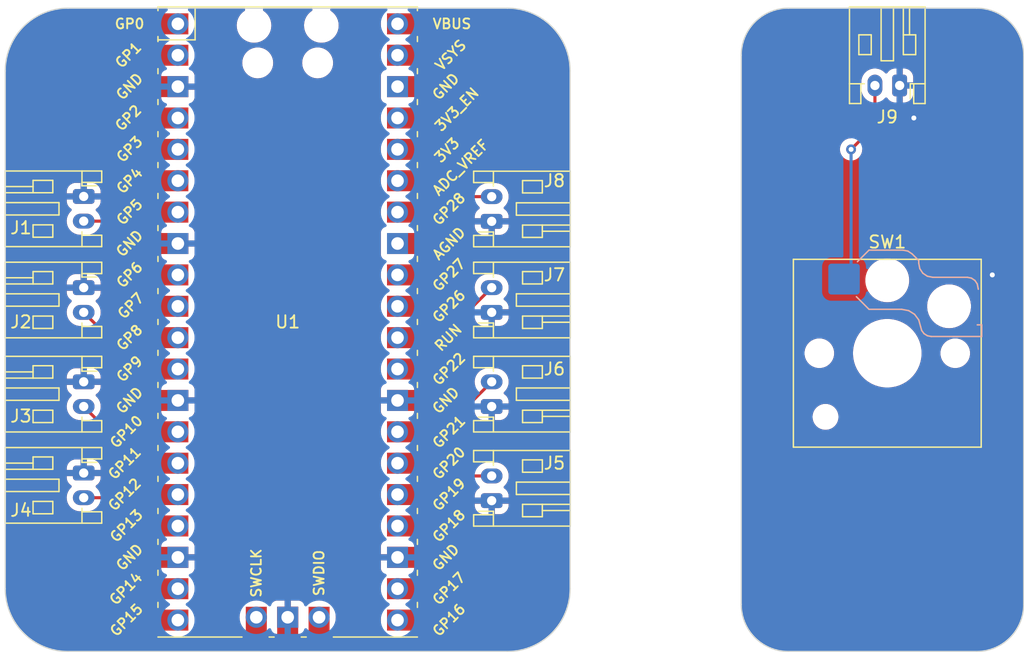
<source format=kicad_pcb>
(kicad_pcb (version 20221018) (generator pcbnew)
  (layers (0 "F.Cu" signal) (31 "B.Cu" signal) (34 "B.Paste" user) (35 "F.Paste" user) (36 "B.SilkS" user "B.Silkscreen") (37 "F.SilkS" user "F.Silkscreen") (38 "B.Mask" user) (39 "F.Mask" user) (44 "Edge.Cuts" user))
  (net 0 "")
  (net 1 "Net-(J1-Pin_2)")
  (net 2 "Net-(J2-Pin_2)")
  (net 3 "Net-(J3-Pin_2)")
  (net 4 "Net-(J4-Pin_2)")
  (net 5 "Net-(J5-Pin_2)")
  (net 6 "Net-(J6-Pin_2)")
  (net 7 "Net-(J7-Pin_2)")
  (net 8 "Net-(J8-Pin_2)")
  (net 11 "/GND")
  (net 29 "/Foot Switch/GND")
  (net 39 "Net-(J9-Pin_2)")
  (footprint "Connector_JST:JST_PH_S2B-PH-K_1x02_P2.00mm_Horizontal" (layer "F.Cu") (at 48.26 51.832 -90)
    (fp_text reference "J3" (at 2.778 5.08 -180) (layer "F.SilkS"))
    (fp_text value "Conn_01x02_Socket" hide)
    (pad "1" thru_hole roundrect (at 0 0 270) (size 1.2 1.75) (drill 0.75) (layers "*.Cu" "*.Mask") (roundrect_rratio 0.208333) (net 11 "/GND"))
    (pad "2" thru_hole oval (at 2 0 270) (size 1.2 1.75) (drill 0.75) (layers "*.Cu" "*.Mask") (net 3 "Net-(J3-Pin_2)"))
  )
  (footprint "PCM_Switch_Keyboard_Hotswap_Kailh:SW_Hotswap_Kailh_Choc_V1V2_2.00u_90deg" (layer "F.Cu") (at 113.3 49.52)
    (fp_text reference "SW1" (at 0 -9) (layer "F.SilkS"))
    (fp_text value "SW_SPST")
    (pad "" np_thru_hole circle (at -5.5 0) (size 1.9 1.9) (drill 1.9) (layers "*.Cu" "*.Mask"))
    (pad "" np_thru_hole circle (at -5 5.15) (size 1.6 1.6) (drill 1.6) (layers "*.Cu" "*.Mask"))
    (pad "" np_thru_hole circle (at 0 -5.9) (size 3.05 3.05) (drill 3.05) (layers "*.Cu" "*.Mask"))
    (pad "" np_thru_hole circle (at 0 0) (size 5.05 5.05) (drill 5.05) (layers "*.Cu" "*.Mask"))
    (pad "" np_thru_hole circle (at 5 -3.8) (size 3.05 3.05) (drill 3.05) (layers "*.Cu" "*.Mask"))
    (pad "" np_thru_hole circle (at 5.5 0) (size 1.9 1.9) (drill 1.9) (layers "*.Cu" "*.Mask"))
    (pad "1" smd roundrect (at -3.5 -6) (size 2.55 2.5) (layers "B.Cu" "B.Paste" "B.Mask") (roundrect_rratio 0.1) (net 39 "Net-(J9-Pin_2)"))
    (pad "2" smd roundrect (at 8.5 -3.8) (size 2.55 2.5) (layers "B.Cu" "B.Paste" "B.Mask") (roundrect_rratio 0.1) (net 29 "/Foot Switch/GND"))
  )
  (footprint "Connector_JST:JST_PH_S2B-PH-K_1x02_P2.00mm_Horizontal" (layer "F.Cu") (at 48.26 44.212 -90)
    (fp_text reference "J2" (at 2.778 5.08 -180) (layer "F.SilkS"))
    (fp_text value "Conn_01x02_Socket" hide)
    (pad "1" thru_hole roundrect (at 0 0 270) (size 1.2 1.75) (drill 0.75) (layers "*.Cu" "*.Mask") (roundrect_rratio 0.208333) (net 11 "/GND"))
    (pad "2" thru_hole oval (at 2 0 270) (size 1.2 1.75) (drill 0.75) (layers "*.Cu" "*.Mask") (net 2 "Net-(J2-Pin_2)"))
  )
  (footprint "Connector_JST:JST_PH_S2B-PH-K_1x02_P2.00mm_Horizontal" (layer "F.Cu") (at 81.28 53.832 90)
    (fp_text reference "J6" (at 3.032 5.08 180) (layer "F.SilkS"))
    (fp_text value "Conn_01x02_Socket" hide)
    (pad "1" thru_hole roundrect (at 0 0 90) (size 1.2 1.75) (drill 0.75) (layers "*.Cu" "*.Mask") (roundrect_rratio 0.208333) (net 11 "/GND"))
    (pad "2" thru_hole oval (at 2 0 90) (size 1.2 1.75) (drill 0.75) (layers "*.Cu" "*.Mask") (net 6 "Net-(J6-Pin_2)"))
  )
  (footprint "Connector_JST:JST_PH_S2B-PH-K_1x02_P2.00mm_Horizontal" (layer "F.Cu") (at 81.28 46.212 90)
    (fp_text reference "J7" (at 3.032 5.08 180) (layer "F.SilkS"))
    (fp_text value "Conn_01x02_Socket" hide)
    (pad "1" thru_hole roundrect (at 0 0 90) (size 1.2 1.75) (drill 0.75) (layers "*.Cu" "*.Mask") (roundrect_rratio 0.208333) (net 11 "/GND"))
    (pad "2" thru_hole oval (at 2 0 90) (size 1.2 1.75) (drill 0.75) (layers "*.Cu" "*.Mask") (net 7 "Net-(J7-Pin_2)"))
  )
  (footprint "Connector_JST:JST_PH_S2B-PH-K_1x02_P2.00mm_Horizontal" (layer "F.Cu") (at 81.28 61.452 90)
    (fp_text reference "J5" (at 3.032 5.08 180) (layer "F.SilkS"))
    (fp_text value "Conn_01x02_Socket" hide)
    (pad "1" thru_hole roundrect (at 0 0 90) (size 1.2 1.75) (drill 0.75) (layers "*.Cu" "*.Mask") (roundrect_rratio 0.208333) (net 11 "/GND"))
    (pad "2" thru_hole oval (at 2 0 90) (size 1.2 1.75) (drill 0.75) (layers "*.Cu" "*.Mask") (net 5 "Net-(J5-Pin_2)"))
  )
  (footprint "Connector_JST:JST_PH_S2B-PH-K_1x02_P2.00mm_Horizontal" (layer "F.Cu") (at 114.3 27.85 180)
    (fp_text reference "J9" (at 1 -2.55) (layer "F.SilkS"))
    (fp_text value "Conn_01x02_Socket" hide)
    (pad "1" thru_hole roundrect (at 0 0 180) (size 1.2 1.75) (drill 0.75) (layers "*.Cu" "*.Mask") (roundrect_rratio 0.208333) (net 29 "/Foot Switch/GND"))
    (pad "2" thru_hole oval (at 2 0 180) (size 1.2 1.75) (drill 0.75) (layers "*.Cu" "*.Mask") (net 39 "Net-(J9-Pin_2)"))
  )
  (footprint "Connector_JST:JST_PH_S2B-PH-K_1x02_P2.00mm_Horizontal" (layer "F.Cu") (at 48.26 59.214 -90)
    (fp_text reference "J4" (at 3.016 5.08 -180) (layer "F.SilkS"))
    (fp_text value "Conn_01x02_Socket" hide)
    (pad "1" thru_hole roundrect (at 0 0 270) (size 1.2 1.75) (drill 0.75) (layers "*.Cu" "*.Mask") (roundrect_rratio 0.208333) (net 11 "/GND"))
    (pad "2" thru_hole oval (at 2 0 270) (size 1.2 1.75) (drill 0.75) (layers "*.Cu" "*.Mask") (net 4 "Net-(J4-Pin_2)"))
  )
  (footprint "Connector_JST:JST_PH_S2B-PH-K_1x02_P2.00mm_Horizontal" (layer "F.Cu") (at 81.28 38.846 90)
    (fp_text reference "J8" (at 3.286 5.08 180) (layer "F.SilkS"))
    (fp_text value "Conn_01x02_Socket" hide)
    (pad "1" thru_hole roundrect (at 0 0 90) (size 1.2 1.75) (drill 0.75) (layers "*.Cu" "*.Mask") (roundrect_rratio 0.208333) (net 11 "/GND"))
    (pad "2" thru_hole oval (at 2 0 90) (size 1.2 1.75) (drill 0.75) (layers "*.Cu" "*.Mask") (net 8 "Net-(J8-Pin_2)"))
  )
  (footprint "MCU_RaspberryPi_and_Boards:RPi_Pico_SMD_TH" (layer "F.Cu") (at 64.77 46.99)
    (fp_text reference "U1" (at 0 0) (layer "F.SilkS"))
    (fp_text value "Pico")
    (fp_text user "GP28" (at 13.054 -9.144 45) (layer "F.SilkS") (effects (font (size 0.8 0.8))))
    (fp_text user "GP19" (at 13.054 13.97 45) (layer "F.SilkS") (effects (font (size 0.8 0.8))))
    (fp_text user "GND" (at -12.8 -6.35 45) (layer "F.SilkS") (effects (font (size 0.8 0.8))))
    (fp_text user "GND" (at 12.8 19.05 45) (layer "F.SilkS") (effects (font (size 0.8 0.8))))
    (fp_text user "GP4" (at -12.8 -11.43 45) (layer "F.SilkS") (effects (font (size 0.8 0.8))))
    (fp_text user "GP16" (at 13.054 24.13 45) (layer "F.SilkS") (effects (font (size 0.8 0.8))))
    (fp_text user "ADC_VREF" (at 14 -12.5 45) (layer "F.SilkS") (effects (font (size 0.8 0.8))))
    (fp_text user "3V3" (at 12.9 -13.9 45) (layer "F.SilkS") (effects (font (size 0.8 0.8))))
    (fp_text user "GP12" (at -13.2 13.97 45) (layer "F.SilkS") (effects (font (size 0.8 0.8))))
    (fp_text user "RUN" (at 13 1.27 45) (layer "F.SilkS") (effects (font (size 0.8 0.8))))
    (fp_text user "GP20" (at 13.054 11.43 45) (layer "F.SilkS") (effects (font (size 0.8 0.8))))
    (fp_text user "GP6" (at -12.8 -3.81 45) (layer "F.SilkS") (effects (font (size 0.8 0.8))))
    (fp_text user "GP27" (at 13.054 -3.8 45) (layer "F.SilkS") (effects (font (size 0.8 0.8))))
    (fp_text user "GP17" (at 13.054 21.59 45) (layer "F.SilkS") (effects (font (size 0.8 0.8))))
    (fp_text user "GP15" (at -13.054 24.13 45) (layer "F.SilkS") (effects (font (size 0.8 0.8))))
    (fp_text user "GP1" (at -12.9 -21.6 45) (layer "F.SilkS") (effects (font (size 0.8 0.8))))
    (fp_text user "GND" (at 12.8 -19.05 45) (layer "F.SilkS") (effects (font (size 0.8 0.8))))
    (fp_text user "GND" (at 12.8 6.35 45) (layer "F.SilkS") (effects (font (size 0.8 0.8))))
    (fp_text user "GP18" (at 13.054 16.51 45) (layer "F.SilkS") (effects (font (size 0.8 0.8))))
    (fp_text user "GP11" (at -13.2 11.43 45) (layer "F.SilkS") (effects (font (size 0.8 0.8))))
    (fp_text user "GP26" (at 13.054 -1.27 45) (layer "F.SilkS") (effects (font (size 0.8 0.8))))
    (fp_text user "AGND" (at 13.054 -6.35 45) (layer "F.SilkS") (effects (font (size 0.8 0.8))))
    (fp_text user "GP5" (at -12.8 -8.89 45) (layer "F.SilkS") (effects (font (size 0.8 0.8))))
    (fp_text user "SWCLK" (at -2.54 20.32 90) (layer "F.SilkS") (effects (font (size 0.8 0.8))))
    (fp_text user "GP3" (at -12.8 -13.97 45) (layer "F.SilkS") (effects (font (size 0.8 0.8))))
    (fp_text user "GP13" (at -13.054 16.51 45) (layer "F.SilkS") (effects (font (size 0.8 0.8))))
    (fp_text user "GP14" (at -13.1 21.59 45) (layer "F.SilkS") (effects (font (size 0.8 0.8))))
    (fp_text user "VBUS" (at 13.3 -24.13) (layer "F.SilkS") (effects (font (size 0.8 0.8))))
    (fp_text user "GND" (at -12.8 -19.05 45) (layer "F.SilkS") (effects (font (size 0.8 0.8))))
    (fp_text user "GP2" (at -12.9 -16.51 45) (layer "F.SilkS") (effects (font (size 0.8 0.8))))
    (fp_text user "GND" (at -12.8 6.35 45) (layer "F.SilkS") (effects (font (size 0.8 0.8))))
    (fp_text user "GP7" (at -12.7 -1.3 45) (layer "F.SilkS") (effects (font (size 0.8 0.8))))
    (fp_text user "SWDIO" (at 2.54 20.32 90) (layer "F.SilkS") (effects (font (size 0.8 0.8))))
    (fp_text user "GP0" (at -12.8 -24.13) (layer "F.SilkS") (effects (font (size 0.8 0.8))))
    (fp_text user "GP21" (at 13.054 8.9 45) (layer "F.SilkS") (effects (font (size 0.8 0.8))))
    (fp_text user "GND" (at -12.8 19.05 45) (layer "F.SilkS") (effects (font (size 0.8 0.8))))
    (fp_text user "VSYS" (at 13.2 -21.59 45) (layer "F.SilkS") (effects (font (size 0.8 0.8))))
    (fp_text user "GP10" (at -13.054 8.89 45) (layer "F.SilkS") (effects (font (size 0.8 0.8))))
    (fp_text user "GP22" (at 13.054 3.81 45) (layer "F.SilkS") (effects (font (size 0.8 0.8))))
    (fp_text user "GP9" (at -12.8 3.81 45) (layer "F.SilkS") (effects (font (size 0.8 0.8))))
    (fp_text user "3V3_EN" (at 13.7 -17.2 45) (layer "F.SilkS") (effects (font (size 0.8 0.8))))
    (fp_text user "GP8" (at -12.8 1.27 45) (layer "F.SilkS") (effects (font (size 0.8 0.8))))
    (pad "" np_thru_hole oval (at -2.725 -24) (size 1.8 1.8) (drill 1.8) (layers "*.Cu" "*.Mask"))
    (pad "" np_thru_hole oval (at -2.425 -20.97) (size 1.5 1.5) (drill 1.5) (layers "*.Cu" "*.Mask"))
    (pad "" np_thru_hole oval (at 2.425 -20.97) (size 1.5 1.5) (drill 1.5) (layers "*.Cu" "*.Mask"))
    (pad "" np_thru_hole oval (at 2.725 -24) (size 1.8 1.8) (drill 1.8) (layers "*.Cu" "*.Mask"))
    (pad "1" thru_hole oval (at -8.89 -24.13) (size 1.7 1.7) (drill 1.02) (layers "*.Cu" "*.Mask"))
    (pad "1" smd rect (at -8.89 -24.13) (size 3.5 1.7) (drill (offset -0.9 0)) (layers "F.Cu" "F.Mask"))
    (pad "2" thru_hole oval (at -8.89 -21.59) (size 1.7 1.7) (drill 1.02) (layers "*.Cu" "*.Mask"))
    (pad "2" smd rect (at -8.89 -21.59) (size 3.5 1.7) (drill (offset -0.9 0)) (layers "F.Cu" "F.Mask"))
    (pad "3" thru_hole rect (at -8.89 -19.05) (size 1.7 1.7) (drill 1.02) (layers "*.Cu" "*.Mask") (net 11 "/GND"))
    (pad "3" smd rect (at -8.89 -19.05) (size 3.5 1.7) (drill (offset -0.9 0)) (layers "F.Cu" "F.Mask") (net 11 "/GND"))
    (pad "4" thru_hole oval (at -8.89 -16.51) (size 1.7 1.7) (drill 1.02) (layers "*.Cu" "*.Mask"))
    (pad "4" smd rect (at -8.89 -16.51) (size 3.5 1.7) (drill (offset -0.9 0)) (layers "F.Cu" "F.Mask"))
    (pad "5" thru_hole oval (at -8.89 -13.97) (size 1.7 1.7) (drill 1.02) (layers "*.Cu" "*.Mask"))
    (pad "5" smd rect (at -8.89 -13.97) (size 3.5 1.7) (drill (offset -0.9 0)) (layers "F.Cu" "F.Mask"))
    (pad "6" thru_hole oval (at -8.89 -11.43) (size 1.7 1.7) (drill 1.02) (layers "*.Cu" "*.Mask"))
    (pad "6" smd rect (at -8.89 -11.43) (size 3.5 1.7) (drill (offset -0.9 0)) (layers "F.Cu" "F.Mask"))
    (pad "7" thru_hole oval (at -8.89 -8.89) (size 1.7 1.7) (drill 1.02) (layers "*.Cu" "*.Mask"))
    (pad "7" smd rect (at -8.89 -8.89) (size 3.5 1.7) (drill (offset -0.9 0)) (layers "F.Cu" "F.Mask"))
    (pad "8" thru_hole rect (at -8.89 -6.35) (size 1.7 1.7) (drill 1.02) (layers "*.Cu" "*.Mask") (net 11 "/GND"))
    (pad "8" smd rect (at -8.89 -6.35) (size 3.5 1.7) (drill (offset -0.9 0)) (layers "F.Cu" "F.Mask") (net 11 "/GND"))
    (pad "9" thru_hole oval (at -8.89 -3.81) (size 1.7 1.7) (drill 1.02) (layers "*.Cu" "*.Mask"))
    (pad "9" smd rect (at -8.89 -3.81) (size 3.5 1.7) (drill (offset -0.9 0)) (layers "F.Cu" "F.Mask"))
    (pad "10" thru_hole oval (at -8.89 -1.27) (size 1.7 1.7) (drill 1.02) (layers "*.Cu" "*.Mask"))
    (pad "10" smd rect (at -8.89 -1.27) (size 3.5 1.7) (drill (offset -0.9 0)) (layers "F.Cu" "F.Mask"))
    (pad "11" thru_hole oval (at -8.89 1.27) (size 1.7 1.7) (drill 1.02) (layers "*.Cu" "*.Mask"))
    (pad "11" smd rect (at -8.89 1.27) (size 3.5 1.7) (drill (offset -0.9 0)) (layers "F.Cu" "F.Mask"))
    (pad "12" thru_hole oval (at -8.89 3.81) (size 1.7 1.7) (drill 1.02) (layers "*.Cu" "*.Mask"))
    (pad "12" smd rect (at -8.89 3.81) (size 3.5 1.7) (drill (offset -0.9 0)) (layers "F.Cu" "F.Mask"))
    (pad "13" thru_hole rect (at -8.89 6.35) (size 1.7 1.7) (drill 1.02) (layers "*.Cu" "*.Mask") (net 11 "/GND"))
    (pad "13" smd rect (at -8.89 6.35) (size 3.5 1.7) (drill (offset -0.9 0)) (layers "F.Cu" "F.Mask") (net 11 "/GND"))
    (pad "14" thru_hole oval (at -8.89 8.89) (size 1.7 1.7) (drill 1.02) (layers "*.Cu" "*.Mask") (net 1 "Net-(J1-Pin_2)"))
    (pad "14" smd rect (at -8.89 8.89) (size 3.5 1.7) (drill (offset -0.9 0)) (layers "F.Cu" "F.Mask") (net 1 "Net-(J1-Pin_2)"))
    (pad "15" thru_hole oval (at -8.89 11.43) (size 1.7 1.7) (drill 1.02) (layers "*.Cu" "*.Mask") (net 2 "Net-(J2-Pin_2)"))
    (pad "15" smd rect (at -8.89 11.43) (size 3.5 1.7) (drill (offset -0.9 0)) (layers "F.Cu" "F.Mask") (net 2 "Net-(J2-Pin_2)"))
    (pad "16" thru_hole oval (at -8.89 13.97) (size 1.7 1.7) (drill 1.02) (layers "*.Cu" "*.Mask") (net 3 "Net-(J3-Pin_2)"))
    (pad "16" smd rect (at -8.89 13.97) (size 3.5 1.7) (drill (offset -0.9 0)) (layers "F.Cu" "F.Mask") (net 3 "Net-(J3-Pin_2)"))
    (pad "17" thru_hole oval (at -8.89 16.51) (size 1.7 1.7) (drill 1.02) (layers "*.Cu" "*.Mask") (net 4 "Net-(J4-Pin_2)"))
    (pad "17" smd rect (at -8.89 16.51) (size 3.5 1.7) (drill (offset -0.9 0)) (layers "F.Cu" "F.Mask") (net 4 "Net-(J4-Pin_2)"))
    (pad "18" thru_hole rect (at -8.89 19.05) (size 1.7 1.7) (drill 1.02) (layers "*.Cu" "*.Mask") (net 11 "/GND"))
    (pad "18" smd rect (at -8.89 19.05) (size 3.5 1.7) (drill (offset -0.9 0)) (layers "F.Cu" "F.Mask") (net 11 "/GND"))
    (pad "19" thru_hole oval (at -8.89 21.59) (size 1.7 1.7) (drill 1.02) (layers "*.Cu" "*.Mask"))
    (pad "19" smd rect (at -8.89 21.59) (size 3.5 1.7) (drill (offset -0.9 0)) (layers "F.Cu" "F.Mask"))
    (pad "20" thru_hole oval (at -8.89 24.13) (size 1.7 1.7) (drill 1.02) (layers "*.Cu" "*.Mask"))
    (pad "20" smd rect (at -8.89 24.13) (size 3.5 1.7) (drill (offset -0.9 0)) (layers "F.Cu" "F.Mask"))
    (pad "21" thru_hole oval (at 8.89 24.13) (size 1.7 1.7) (drill 1.02) (layers "*.Cu" "*.Mask"))
    (pad "21" smd rect (at 8.89 24.13) (size 3.5 1.7) (drill (offset 0.9 0)) (layers "F.Cu" "F.Mask"))
    (pad "22" thru_hole oval (at 8.89 21.59) (size 1.7 1.7) (drill 1.02) (layers "*.Cu" "*.Mask"))
    (pad "22" smd rect (at 8.89 21.59) (size 3.5 1.7) (drill (offset 0.9 0)) (layers "F.Cu" "F.Mask"))
    (pad "23" thru_hole rect (at 8.89 19.05) (size 1.7 1.7) (drill 1.02) (layers "*.Cu" "*.Mask") (net 11 "/GND"))
    (pad "23" smd rect (at 8.89 19.05) (size 3.5 1.7) (drill (offset 0.9 0)) (layers "F.Cu" "F.Mask") (net 11 "/GND"))
    (pad "24" thru_hole oval (at 8.89 16.51) (size 1.7 1.7) (drill 1.02) (layers "*.Cu" "*.Mask") (net 5 "Net-(J5-Pin_2)"))
    (pad "24" smd rect (at 8.89 16.51) (size 3.5 1.7) (drill (offset 0.9 0)) (layers "F.Cu" "F.Mask") (net 5 "Net-(J5-Pin_2)"))
    (pad "25" thru_hole oval (at 8.89 13.97) (size 1.7 1.7) (drill 1.02) (layers "*.Cu" "*.Mask") (net 6 "Net-(J6-Pin_2)"))
    (pad "25" smd rect (at 8.89 13.97) (size 3.5 1.7) (drill (offset 0.9 0)) (layers "F.Cu" "F.Mask") (net 6 "Net-(J6-Pin_2)"))
    (pad "26" thru_hole oval (at 8.89 11.43) (size 1.7 1.7) (drill 1.02) (layers "*.Cu" "*.Mask") (net 7 "Net-(J7-Pin_2)"))
    (pad "26" smd rect (at 8.89 11.43) (size 3.5 1.7) (drill (offset 0.9 0)) (layers "F.Cu" "F.Mask") (net 7 "Net-(J7-Pin_2)"))
    (pad "27" thru_hole oval (at 8.89 8.89) (size 1.7 1.7) (drill 1.02) (layers "*.Cu" "*.Mask") (net 8 "Net-(J8-Pin_2)"))
    (pad "27" smd rect (at 8.89 8.89) (size 3.5 1.7) (drill (offset 0.9 0)) (layers "F.Cu" "F.Mask") (net 8 "Net-(J8-Pin_2)"))
    (pad "28" thru_hole rect (at 8.89 6.35) (size 1.7 1.7) (drill 1.02) (layers "*.Cu" "*.Mask") (net 11 "/GND"))
    (pad "28" smd rect (at 8.89 6.35) (size 3.5 1.7) (drill (offset 0.9 0)) (layers "F.Cu" "F.Mask") (net 11 "/GND"))
    (pad "29" thru_hole oval (at 8.89 3.81) (size 1.7 1.7) (drill 1.02) (layers "*.Cu" "*.Mask"))
    (pad "29" smd rect (at 8.89 3.81) (size 3.5 1.7) (drill (offset 0.9 0)) (layers "F.Cu" "F.Mask"))
    (pad "30" thru_hole oval (at 8.89 1.27) (size 1.7 1.7) (drill 1.02) (layers "*.Cu" "*.Mask"))
    (pad "30" smd rect (at 8.89 1.27) (size 3.5 1.7) (drill (offset 0.9 0)) (layers "F.Cu" "F.Mask"))
    (pad "31" thru_hole oval (at 8.89 -1.27) (size 1.7 1.7) (drill 1.02) (layers "*.Cu" "*.Mask"))
    (pad "31" smd rect (at 8.89 -1.27) (size 3.5 1.7) (drill (offset 0.9 0)) (layers "F.Cu" "F.Mask"))
    (pad "32" thru_hole oval (at 8.89 -3.81) (size 1.7 1.7) (drill 1.02) (layers "*.Cu" "*.Mask"))
    (pad "32" smd rect (at 8.89 -3.81) (size 3.5 1.7) (drill (offset 0.9 0)) (layers "F.Cu" "F.Mask"))
    (pad "33" thru_hole rect (at 8.89 -6.35) (size 1.7 1.7) (drill 1.02) (layers "*.Cu" "*.Mask"))
    (pad "33" smd rect (at 8.89 -6.35) (size 3.5 1.7) (drill (offset 0.9 0)) (layers "F.Cu" "F.Mask"))
    (pad "34" thru_hole oval (at 8.89 -8.89) (size 1.7 1.7) (drill 1.02) (layers "*.Cu" "*.Mask"))
    (pad "34" smd rect (at 8.89 -8.89) (size 3.5 1.7) (drill (offset 0.9 0)) (layers "F.Cu" "F.Mask"))
    (pad "35" thru_hole oval (at 8.89 -11.43) (size 1.7 1.7) (drill 1.02) (layers "*.Cu" "*.Mask"))
    (pad "35" smd rect (at 8.89 -11.43) (size 3.5 1.7) (drill (offset 0.9 0)) (layers "F.Cu" "F.Mask"))
    (pad "36" thru_hole oval (at 8.89 -13.97) (size 1.7 1.7) (drill 1.02) (layers "*.Cu" "*.Mask"))
    (pad "36" smd rect (at 8.89 -13.97) (size 3.5 1.7) (drill (offset 0.9 0)) (layers "F.Cu" "F.Mask"))
    (pad "37" thru_hole oval (at 8.89 -16.51) (size 1.7 1.7) (drill 1.02) (layers "*.Cu" "*.Mask"))
    (pad "37" smd rect (at 8.89 -16.51) (size 3.5 1.7) (drill (offset 0.9 0)) (layers "F.Cu" "F.Mask"))
    (pad "38" thru_hole rect (at 8.89 -19.05) (size 1.7 1.7) (drill 1.02) (layers "*.Cu" "*.Mask"))
    (pad "38" smd rect (at 8.89 -19.05) (size 3.5 1.7) (drill (offset 0.9 0)) (layers "F.Cu" "F.Mask"))
    (pad "39" thru_hole oval (at 8.89 -21.59) (size 1.7 1.7) (drill 1.02) (layers "*.Cu" "*.Mask"))
    (pad "39" smd rect (at 8.89 -21.59) (size 3.5 1.7) (drill (offset 0.9 0)) (layers "F.Cu" "F.Mask"))
    (pad "40" thru_hole oval (at 8.89 -24.13) (size 1.7 1.7) (drill 1.02) (layers "*.Cu" "*.Mask"))
    (pad "40" smd rect (at 8.89 -24.13) (size 3.5 1.7) (drill (offset 0.9 0)) (layers "F.Cu" "F.Mask"))
    (pad "41" thru_hole oval (at -2.54 23.9) (size 1.7 1.7) (drill 1.02) (layers "*.Cu" "*.Mask"))
    (pad "41" smd rect (at -2.54 23.9 90) (size 3.5 1.7) (drill (offset -0.9 0)) (layers "F.Cu" "F.Mask"))
    (pad "42" thru_hole rect (at 0 23.9) (size 1.7 1.7) (drill 1.02) (layers "*.Cu" "*.Mask") (net 11 "/GND"))
    (pad "42" smd rect (at 0 23.9 90) (size 3.5 1.7) (drill (offset -0.9 0)) (layers "F.Cu" "F.Mask") (net 11 "/GND"))
    (pad "43" thru_hole oval (at 2.54 23.9) (size 1.7 1.7) (drill 1.02) (layers "*.Cu" "*.Mask"))
    (pad "43" smd rect (at 2.54 23.9 90) (size 3.5 1.7) (drill (offset -0.9 0)) (layers "F.Cu" "F.Mask"))
  )
  (footprint "Connector_JST:JST_PH_S2B-PH-K_1x02_P2.00mm_Horizontal" (layer "F.Cu") (at 48.26 36.83 -90)
    (fp_text reference "J1" (at 2.54 5.08 -180) (layer "F.SilkS"))
    (fp_text value "Conn_01x02_Socket" hide)
    (pad "1" thru_hole roundrect (at 0 0 270) (size 1.2 1.75) (drill 0.75) (layers "*.Cu" "*.Mask") (roundrect_rratio 0.208333) (net 11 "/GND"))
    (pad "2" thru_hole oval (at 2 0 270) (size 1.2 1.75) (drill 0.75) (layers "*.Cu" "*.Mask") (net 1 "Net-(J1-Pin_2)"))
  )
  (gr_line (start 46.99 73.66) (end 82.55 73.66) (stroke (width 0.1)) (layer "Edge.Cuts"))
  (gr_arc (start 41.91 26.67) (mid 43.397898 23.077898) (end 46.99 21.59) (stroke (width 0.1)) (layer "Edge.Cuts"))
  (gr_line (start 120.53 73.66) (end 105.29 73.66) (stroke (width 0.1)) (layer "Edge.Cuts"))
  (gr_arc (start 82.55 21.59) (mid 86.142102 23.077898) (end 87.63 26.67) (stroke (width 0.1)) (layer "Edge.Cuts"))
  (gr_arc (start 46.99 73.66) (mid 43.397898 72.172102) (end 41.91 68.58) (stroke (width 0.1)) (layer "Edge.Cuts"))
  (gr_line (start 87.63 68.58) (end 87.63 26.67) (stroke (width 0.1)) (layer "Edge.Cuts"))
  (gr_line (start 124.34 25.4) (end 124.34 69.85) (stroke (width 0.1)) (layer "Edge.Cuts"))
  (gr_line (start 105.29 21.59) (end 120.53 21.59) (stroke (width 0.1)) (layer "Edge.Cuts"))
  (gr_arc (start 87.63 68.58) (mid 86.142102 72.172102) (end 82.55 73.66) (stroke (width 0.1)) (layer "Edge.Cuts"))
  (gr_arc (start 105.29 73.66) (mid 102.595923 72.544077) (end 101.48 69.85) (stroke (width 0.1)) (layer "Edge.Cuts"))
  (gr_line (start 101.48 69.85) (end 101.48 25.4) (stroke (width 0.1)) (layer "Edge.Cuts"))
  (gr_arc (start 124.34 69.85) (mid 123.224077 72.544077) (end 120.53 73.66) (stroke (width 0.1)) (layer "Edge.Cuts"))
  (gr_line (start 41.91 26.67) (end 41.91 68.58) (stroke (width 0.1)) (layer "Edge.Cuts"))
  (gr_arc (start 120.53 21.59) (mid 123.224077 22.705923) (end 124.34 25.4) (stroke (width 0.1)) (layer "Edge.Cuts"))
  (gr_arc (start 101.48 25.4) (mid 102.595923 22.705923) (end 105.29 21.59) (stroke (width 0.1)) (layer "Edge.Cuts"))
  (gr_line (start 82.55 21.59) (end 46.99 21.59) (stroke (width 0.1)) (layer "Edge.Cuts"))
  (segment (start 50.17 38.83) (end 52.905 41.565) (width 0.25) (layer "F.Cu") (net 1))
  (segment (start 54.27 55.88) (end 55.88 55.88) (width 0.25) (layer "F.Cu") (net 1))
  (segment (start 52.905 54.515) (end 54.27 55.88) (width 0.25) (layer "F.Cu") (net 1))
  (segment (start 48.26 38.83) (end 50.17 38.83) (width 0.25) (layer "F.Cu") (net 1))
  (segment (start 52.905 41.565) (end 52.905 54.515) (width 0.25) (layer "F.Cu") (net 1))
  (segment (start 55.88 58.42) (end 54.27 58.42) (width 0.25) (layer "F.Cu") (net 2))
  (segment (start 51.402 55.552) (end 51.402 49.354) (width 0.25) (layer "F.Cu") (net 2))
  (segment (start 51.402 49.354) (end 48.26 46.212) (width 0.25) (layer "F.Cu") (net 2))
  (segment (start 54.27 58.42) (end 51.402 55.552) (width 0.25) (layer "F.Cu") (net 2))
  (segment (start 50.202 56.892) (end 50.202 55.774) (width 0.25) (layer "F.Cu") (net 3))
  (segment (start 55.88 60.96) (end 54.27 60.96) (width 0.25) (layer "F.Cu") (net 3))
  (segment (start 54.27 60.96) (end 50.202 56.892) (width 0.25) (layer "F.Cu") (net 3))
  (segment (start 50.202 55.774) (end 48.26 53.832) (width 0.25) (layer "F.Cu") (net 3))
  (segment (start 50.202 61.214) (end 48.26 61.214) (width 0.25) (layer "F.Cu") (net 4))
  (segment (start 55.88 63.5) (end 52.488 63.5) (width 0.25) (layer "F.Cu") (net 4))
  (segment (start 52.488 63.5) (end 50.202 61.214) (width 0.25) (layer "F.Cu") (net 4))
  (segment (start 73.66 63.5) (end 75.501827 63.5) (width 0.25) (layer "F.Cu") (net 5))
  (segment (start 75.501827 63.5) (end 79.549827 59.452) (width 0.25) (layer "F.Cu") (net 5))
  (segment (start 79.549827 59.452) (end 81.28 59.452) (width 0.25) (layer "F.Cu") (net 5))
  (segment (start 78.138 58.092) (end 78.138 54.974) (width 0.25) (layer "F.Cu") (net 6))
  (segment (start 75.27 60.96) (end 78.138 58.092) (width 0.25) (layer "F.Cu") (net 6))
  (segment (start 73.66 60.96) (end 75.27 60.96) (width 0.25) (layer "F.Cu") (net 6))
  (segment (start 78.138 54.974) (end 81.28 51.832) (width 0.25) (layer "F.Cu") (net 6))
  (segment (start 75.27 58.42) (end 77.274 56.416) (width 0.25) (layer "F.Cu") (net 7))
  (segment (start 77.274 48.218) (end 81.28 44.212) (width 0.25) (layer "F.Cu") (net 7))
  (segment (start 73.66 58.42) (end 75.27 58.42) (width 0.25) (layer "F.Cu") (net 7))
  (segment (start 77.274 56.416) (end 77.274 48.218) (width 0.25) (layer "F.Cu") (net 7))
  (segment (start 79.338 36.846) (end 81.28 36.846) (width 0.25) (layer "F.Cu") (net 8))
  (segment (start 73.66 55.88) (end 75.27 55.88) (width 0.25) (layer "F.Cu") (net 8))
  (segment (start 75.27 55.88) (end 76.824 54.326) (width 0.25) (layer "F.Cu") (net 8))
  (segment (start 76.824 54.326) (end 76.824 39.36) (width 0.25) (layer "F.Cu") (net 8))
  (segment (start 76.824 39.36) (end 79.338 36.846) (width 0.25) (layer "F.Cu") (net 8))
  (via (at 115.45 30.48) (size 0.8) (drill 0.4) (layers "F.Cu" "B.Cu") (net 29))
  (via (at 121.8 43.18) (size 0.8) (drill 0.4) (layers "F.Cu" "B.Cu") (net 29))
  (segment (start 112.3 27.85) (end 112.3 31.09) (width 0.25) (layer "F.Cu") (net 39))
  (segment (start 112.3 31.09) (end 110.37 33.02) (width 0.25) (layer "F.Cu") (net 39))
  (via (at 110.37 33.02) (size 0.8) (drill 0.4) (layers "F.Cu" "B.Cu") (net 39))
  (segment (start 110.37 42.95) (end 110.37 33.02) (width 0.25) (layer "B.Cu") (net 39))
  (segment (start 109.8 43.52) (end 110.37 42.95) (width 0.25) (layer "B.Cu") (net 39))
  (zone (net 29) (net_name "/Foot Switch/GND") (layer "F.Cu") (name "GND") (priority 1) (connect_pads thru_hole_only (clearance 0.5)) (min_thickness 0.25) (fill yes (thermal_gap 0.5) (thermal_bridge_width 0.5) (island_removal_mode 2) (island_area_min 2))
    (polygon (pts (xy 101.48 21.59) (xy 124.34 21.59) (xy 124.34 73.66) (xy 101.48 73.66)))
  )
  (zone (net 11) (net_name "/GND") (layer "F.Cu") (name "GND") (connect_pads thru_hole_only (clearance 0.5)) (min_thickness 0.25) (fill yes (thermal_gap 0.5) (thermal_bridge_width 0.5) (island_removal_mode 2) (island_area_min 2))
    (polygon (pts (xy 41.91 21.59) (xy 87.63 21.59) (xy 87.63 73.66) (xy 41.91 73.66)))
  )
  (zone (net 29) (net_name "/Foot Switch/GND") (layer "B.Cu") (name "GND") (priority 2) (connect_pads thru_hole_only (clearance 0.5)) (min_thickness 0.25) (fill yes (thermal_gap 0.5) (thermal_bridge_width 0.5) (island_removal_mode 2) (island_area_min 2))
    (polygon (pts (xy 101.48 21.59) (xy 124.34 21.59) (xy 124.34 73.66) (xy 101.48 73.66)))
  )
  (zone (net 11) (net_name "/GND") (layer "B.Cu") (name "GND") (priority 3) (connect_pads thru_hole_only (clearance 0.5)) (min_thickness 0.25) (fill yes (thermal_gap 0.5) (thermal_bridge_width 0.5) (island_removal_mode 2) (island_area_min 2))
    (polygon (pts (xy 41.91 21.59) (xy 87.63 21.59) (xy 87.63 73.66) (xy 41.91 73.66)))
  )
)
</source>
